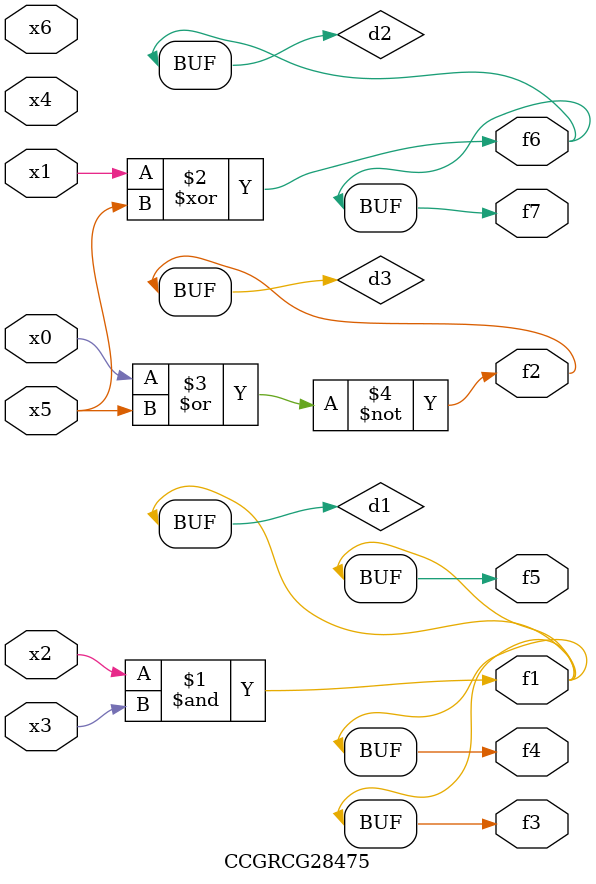
<source format=v>
module CCGRCG28475(
	input x0, x1, x2, x3, x4, x5, x6,
	output f1, f2, f3, f4, f5, f6, f7
);

	wire d1, d2, d3;

	and (d1, x2, x3);
	xor (d2, x1, x5);
	nor (d3, x0, x5);
	assign f1 = d1;
	assign f2 = d3;
	assign f3 = d1;
	assign f4 = d1;
	assign f5 = d1;
	assign f6 = d2;
	assign f7 = d2;
endmodule

</source>
